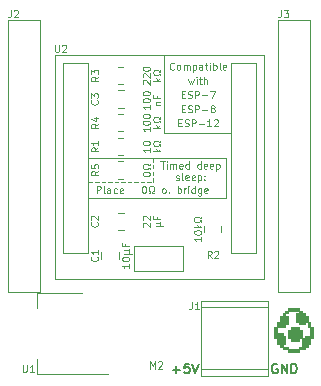
<source format=gto>
G04 #@! TF.GenerationSoftware,KiCad,Pcbnew,(6.0.2)*
G04 #@! TF.CreationDate,2022-09-29T23:54:57+02:00*
G04 #@! TF.ProjectId,ESPBreakoutBoard-Min-Cutout,45535042-7265-4616-9b6f-7574426f6172,rev?*
G04 #@! TF.SameCoordinates,Original*
G04 #@! TF.FileFunction,Legend,Top*
G04 #@! TF.FilePolarity,Positive*
%FSLAX46Y46*%
G04 Gerber Fmt 4.6, Leading zero omitted, Abs format (unit mm)*
G04 Created by KiCad (PCBNEW (6.0.2)) date 2022-09-29 23:54:57*
%MOMM*%
%LPD*%
G01*
G04 APERTURE LIST*
%ADD10C,0.120000*%
%ADD11C,0.110000*%
%ADD12C,0.150000*%
%ADD13C,0.100000*%
%ADD14C,0.010000*%
G04 APERTURE END LIST*
D10*
X149550000Y-78350000D02*
X149550000Y-78650000D01*
X149550000Y-78950000D02*
X149550000Y-79250000D01*
X144100000Y-79800000D02*
X144400000Y-79800000D01*
X149550000Y-79500000D02*
X149550000Y-79800000D01*
X144650000Y-79800000D02*
X144950000Y-79800000D01*
X145200000Y-79800000D02*
X145500000Y-79800000D01*
X145750000Y-79800000D02*
X146050000Y-79800000D01*
X146300000Y-79800000D02*
X146600000Y-79800000D01*
X146850000Y-79800000D02*
X147150000Y-79800000D01*
X147400000Y-79800000D02*
X147700000Y-79800000D01*
X147950000Y-79800000D02*
X148250000Y-79800000D01*
X148500000Y-79800000D02*
X148800000Y-79800000D01*
X149050000Y-79800000D02*
X149350000Y-79800000D01*
X144100000Y-77800000D02*
X155750000Y-77800000D01*
X149550000Y-77800000D02*
X149550000Y-78100000D01*
X150500000Y-69100000D02*
X150500000Y-75700000D01*
X155750000Y-77800000D02*
X155750000Y-81200000D01*
X150500000Y-75700000D02*
X156100000Y-75700000D01*
X155750000Y-81200000D02*
X144100000Y-81200000D01*
D11*
X144764357Y-80771428D02*
X144764357Y-80171428D01*
X144992928Y-80171428D01*
X145050071Y-80200000D01*
X145078642Y-80228571D01*
X145107214Y-80285714D01*
X145107214Y-80371428D01*
X145078642Y-80428571D01*
X145050071Y-80457142D01*
X144992928Y-80485714D01*
X144764357Y-80485714D01*
X145450071Y-80771428D02*
X145392928Y-80742857D01*
X145364357Y-80685714D01*
X145364357Y-80171428D01*
X145935785Y-80771428D02*
X145935785Y-80457142D01*
X145907214Y-80400000D01*
X145850071Y-80371428D01*
X145735785Y-80371428D01*
X145678642Y-80400000D01*
X145935785Y-80742857D02*
X145878642Y-80771428D01*
X145735785Y-80771428D01*
X145678642Y-80742857D01*
X145650071Y-80685714D01*
X145650071Y-80628571D01*
X145678642Y-80571428D01*
X145735785Y-80542857D01*
X145878642Y-80542857D01*
X145935785Y-80514285D01*
X146478642Y-80742857D02*
X146421500Y-80771428D01*
X146307214Y-80771428D01*
X146250071Y-80742857D01*
X146221500Y-80714285D01*
X146192928Y-80657142D01*
X146192928Y-80485714D01*
X146221500Y-80428571D01*
X146250071Y-80400000D01*
X146307214Y-80371428D01*
X146421500Y-80371428D01*
X146478642Y-80400000D01*
X146964357Y-80742857D02*
X146907214Y-80771428D01*
X146792928Y-80771428D01*
X146735785Y-80742857D01*
X146707214Y-80685714D01*
X146707214Y-80457142D01*
X146735785Y-80400000D01*
X146792928Y-80371428D01*
X146907214Y-80371428D01*
X146964357Y-80400000D01*
X146992928Y-80457142D01*
X146992928Y-80514285D01*
X146707214Y-80571428D01*
X148735785Y-80171428D02*
X148792928Y-80171428D01*
X148850071Y-80200000D01*
X148878642Y-80228571D01*
X148907214Y-80285714D01*
X148935785Y-80400000D01*
X148935785Y-80542857D01*
X148907214Y-80657142D01*
X148878642Y-80714285D01*
X148850071Y-80742857D01*
X148792928Y-80771428D01*
X148735785Y-80771428D01*
X148678642Y-80742857D01*
X148650071Y-80714285D01*
X148621500Y-80657142D01*
X148592928Y-80542857D01*
X148592928Y-80400000D01*
X148621500Y-80285714D01*
X148650071Y-80228571D01*
X148678642Y-80200000D01*
X148735785Y-80171428D01*
X149164357Y-80771428D02*
X149307214Y-80771428D01*
X149307214Y-80657142D01*
X149250071Y-80628571D01*
X149192928Y-80571428D01*
X149164357Y-80485714D01*
X149164357Y-80342857D01*
X149192928Y-80257142D01*
X149250071Y-80200000D01*
X149335785Y-80171428D01*
X149450071Y-80171428D01*
X149535785Y-80200000D01*
X149592928Y-80257142D01*
X149621500Y-80342857D01*
X149621500Y-80485714D01*
X149592928Y-80571428D01*
X149535785Y-80628571D01*
X149478642Y-80657142D01*
X149478642Y-80771428D01*
X149621500Y-80771428D01*
X150421500Y-80771428D02*
X150364357Y-80742857D01*
X150335785Y-80714285D01*
X150307214Y-80657142D01*
X150307214Y-80485714D01*
X150335785Y-80428571D01*
X150364357Y-80400000D01*
X150421500Y-80371428D01*
X150507214Y-80371428D01*
X150564357Y-80400000D01*
X150592928Y-80428571D01*
X150621500Y-80485714D01*
X150621500Y-80657142D01*
X150592928Y-80714285D01*
X150564357Y-80742857D01*
X150507214Y-80771428D01*
X150421500Y-80771428D01*
X150878642Y-80714285D02*
X150907214Y-80742857D01*
X150878642Y-80771428D01*
X150850071Y-80742857D01*
X150878642Y-80714285D01*
X150878642Y-80771428D01*
X151621500Y-80771428D02*
X151621500Y-80171428D01*
X151621500Y-80400000D02*
X151678642Y-80371428D01*
X151792928Y-80371428D01*
X151850071Y-80400000D01*
X151878642Y-80428571D01*
X151907214Y-80485714D01*
X151907214Y-80657142D01*
X151878642Y-80714285D01*
X151850071Y-80742857D01*
X151792928Y-80771428D01*
X151678642Y-80771428D01*
X151621500Y-80742857D01*
X152164357Y-80771428D02*
X152164357Y-80371428D01*
X152164357Y-80485714D02*
X152192928Y-80428571D01*
X152221500Y-80400000D01*
X152278642Y-80371428D01*
X152335785Y-80371428D01*
X152535785Y-80771428D02*
X152535785Y-80371428D01*
X152535785Y-80171428D02*
X152507214Y-80200000D01*
X152535785Y-80228571D01*
X152564357Y-80200000D01*
X152535785Y-80171428D01*
X152535785Y-80228571D01*
X153078642Y-80771428D02*
X153078642Y-80171428D01*
X153078642Y-80742857D02*
X153021500Y-80771428D01*
X152907214Y-80771428D01*
X152850071Y-80742857D01*
X152821500Y-80714285D01*
X152792928Y-80657142D01*
X152792928Y-80485714D01*
X152821500Y-80428571D01*
X152850071Y-80400000D01*
X152907214Y-80371428D01*
X153021500Y-80371428D01*
X153078642Y-80400000D01*
X153621500Y-80371428D02*
X153621500Y-80857142D01*
X153592928Y-80914285D01*
X153564357Y-80942857D01*
X153507214Y-80971428D01*
X153421500Y-80971428D01*
X153364357Y-80942857D01*
X153621500Y-80742857D02*
X153564357Y-80771428D01*
X153450071Y-80771428D01*
X153392928Y-80742857D01*
X153364357Y-80714285D01*
X153335785Y-80657142D01*
X153335785Y-80485714D01*
X153364357Y-80428571D01*
X153392928Y-80400000D01*
X153450071Y-80371428D01*
X153564357Y-80371428D01*
X153621500Y-80400000D01*
X154135785Y-80742857D02*
X154078642Y-80771428D01*
X153964357Y-80771428D01*
X153907214Y-80742857D01*
X153878642Y-80685714D01*
X153878642Y-80457142D01*
X153907214Y-80400000D01*
X153964357Y-80371428D01*
X154078642Y-80371428D01*
X154135785Y-80400000D01*
X154164357Y-80457142D01*
X154164357Y-80514285D01*
X153878642Y-80571428D01*
D12*
X160040476Y-95250000D02*
X159964285Y-95211904D01*
X159850000Y-95211904D01*
X159735714Y-95250000D01*
X159659523Y-95326190D01*
X159621428Y-95402380D01*
X159583333Y-95554761D01*
X159583333Y-95669047D01*
X159621428Y-95821428D01*
X159659523Y-95897619D01*
X159735714Y-95973809D01*
X159850000Y-96011904D01*
X159926190Y-96011904D01*
X160040476Y-95973809D01*
X160078571Y-95935714D01*
X160078571Y-95669047D01*
X159926190Y-95669047D01*
X160421428Y-96011904D02*
X160421428Y-95211904D01*
X160878571Y-96011904D01*
X160878571Y-95211904D01*
X161259523Y-96011904D02*
X161259523Y-95211904D01*
X161450000Y-95211904D01*
X161564285Y-95250000D01*
X161640476Y-95326190D01*
X161678571Y-95402380D01*
X161716666Y-95554761D01*
X161716666Y-95669047D01*
X161678571Y-95821428D01*
X161640476Y-95897619D01*
X161564285Y-95973809D01*
X161450000Y-96011904D01*
X161259523Y-96011904D01*
X151221428Y-95707142D02*
X151830952Y-95707142D01*
X151526190Y-96011904D02*
X151526190Y-95402380D01*
X152592857Y-95211904D02*
X152211904Y-95211904D01*
X152173809Y-95592857D01*
X152211904Y-95554761D01*
X152288095Y-95516666D01*
X152478571Y-95516666D01*
X152554761Y-95554761D01*
X152592857Y-95592857D01*
X152630952Y-95669047D01*
X152630952Y-95859523D01*
X152592857Y-95935714D01*
X152554761Y-95973809D01*
X152478571Y-96011904D01*
X152288095Y-96011904D01*
X152211904Y-95973809D01*
X152173809Y-95935714D01*
X152859523Y-95211904D02*
X153126190Y-96011904D01*
X153392857Y-95211904D01*
D11*
X151978571Y-73607142D02*
X152178571Y-73607142D01*
X152264285Y-73921428D02*
X151978571Y-73921428D01*
X151978571Y-73321428D01*
X152264285Y-73321428D01*
X152492857Y-73892857D02*
X152578571Y-73921428D01*
X152721428Y-73921428D01*
X152778571Y-73892857D01*
X152807142Y-73864285D01*
X152835714Y-73807142D01*
X152835714Y-73750000D01*
X152807142Y-73692857D01*
X152778571Y-73664285D01*
X152721428Y-73635714D01*
X152607142Y-73607142D01*
X152550000Y-73578571D01*
X152521428Y-73550000D01*
X152492857Y-73492857D01*
X152492857Y-73435714D01*
X152521428Y-73378571D01*
X152550000Y-73350000D01*
X152607142Y-73321428D01*
X152750000Y-73321428D01*
X152835714Y-73350000D01*
X153092857Y-73921428D02*
X153092857Y-73321428D01*
X153321428Y-73321428D01*
X153378571Y-73350000D01*
X153407142Y-73378571D01*
X153435714Y-73435714D01*
X153435714Y-73521428D01*
X153407142Y-73578571D01*
X153378571Y-73607142D01*
X153321428Y-73635714D01*
X153092857Y-73635714D01*
X153692857Y-73692857D02*
X154150000Y-73692857D01*
X154521428Y-73578571D02*
X154464285Y-73550000D01*
X154435714Y-73521428D01*
X154407142Y-73464285D01*
X154407142Y-73435714D01*
X154435714Y-73378571D01*
X154464285Y-73350000D01*
X154521428Y-73321428D01*
X154635714Y-73321428D01*
X154692857Y-73350000D01*
X154721428Y-73378571D01*
X154750000Y-73435714D01*
X154750000Y-73464285D01*
X154721428Y-73521428D01*
X154692857Y-73550000D01*
X154635714Y-73578571D01*
X154521428Y-73578571D01*
X154464285Y-73607142D01*
X154435714Y-73635714D01*
X154407142Y-73692857D01*
X154407142Y-73807142D01*
X154435714Y-73864285D01*
X154464285Y-73892857D01*
X154521428Y-73921428D01*
X154635714Y-73921428D01*
X154692857Y-73892857D01*
X154721428Y-73864285D01*
X154750000Y-73807142D01*
X154750000Y-73692857D01*
X154721428Y-73635714D01*
X154692857Y-73607142D01*
X154635714Y-73578571D01*
X152535714Y-71121428D02*
X152650000Y-71521428D01*
X152764285Y-71235714D01*
X152878571Y-71521428D01*
X152992857Y-71121428D01*
X153221428Y-71521428D02*
X153221428Y-71121428D01*
X153221428Y-70921428D02*
X153192857Y-70950000D01*
X153221428Y-70978571D01*
X153250000Y-70950000D01*
X153221428Y-70921428D01*
X153221428Y-70978571D01*
X153421428Y-71121428D02*
X153650000Y-71121428D01*
X153507142Y-70921428D02*
X153507142Y-71435714D01*
X153535714Y-71492857D01*
X153592857Y-71521428D01*
X153650000Y-71521428D01*
X153850000Y-71521428D02*
X153850000Y-70921428D01*
X154107142Y-71521428D02*
X154107142Y-71207142D01*
X154078571Y-71150000D01*
X154021428Y-71121428D01*
X153935714Y-71121428D01*
X153878571Y-71150000D01*
X153850000Y-71178571D01*
X151978571Y-72407142D02*
X152178571Y-72407142D01*
X152264285Y-72721428D02*
X151978571Y-72721428D01*
X151978571Y-72121428D01*
X152264285Y-72121428D01*
X152492857Y-72692857D02*
X152578571Y-72721428D01*
X152721428Y-72721428D01*
X152778571Y-72692857D01*
X152807142Y-72664285D01*
X152835714Y-72607142D01*
X152835714Y-72550000D01*
X152807142Y-72492857D01*
X152778571Y-72464285D01*
X152721428Y-72435714D01*
X152607142Y-72407142D01*
X152550000Y-72378571D01*
X152521428Y-72350000D01*
X152492857Y-72292857D01*
X152492857Y-72235714D01*
X152521428Y-72178571D01*
X152550000Y-72150000D01*
X152607142Y-72121428D01*
X152750000Y-72121428D01*
X152835714Y-72150000D01*
X153092857Y-72721428D02*
X153092857Y-72121428D01*
X153321428Y-72121428D01*
X153378571Y-72150000D01*
X153407142Y-72178571D01*
X153435714Y-72235714D01*
X153435714Y-72321428D01*
X153407142Y-72378571D01*
X153378571Y-72407142D01*
X153321428Y-72435714D01*
X153092857Y-72435714D01*
X153692857Y-72492857D02*
X154150000Y-72492857D01*
X154378571Y-72121428D02*
X154778571Y-72121428D01*
X154521428Y-72721428D01*
X150171428Y-78088428D02*
X150514285Y-78088428D01*
X150342857Y-78688428D02*
X150342857Y-78088428D01*
X150714285Y-78688428D02*
X150714285Y-78288428D01*
X150714285Y-78088428D02*
X150685714Y-78117000D01*
X150714285Y-78145571D01*
X150742857Y-78117000D01*
X150714285Y-78088428D01*
X150714285Y-78145571D01*
X151000000Y-78688428D02*
X151000000Y-78288428D01*
X151000000Y-78345571D02*
X151028571Y-78317000D01*
X151085714Y-78288428D01*
X151171428Y-78288428D01*
X151228571Y-78317000D01*
X151257142Y-78374142D01*
X151257142Y-78688428D01*
X151257142Y-78374142D02*
X151285714Y-78317000D01*
X151342857Y-78288428D01*
X151428571Y-78288428D01*
X151485714Y-78317000D01*
X151514285Y-78374142D01*
X151514285Y-78688428D01*
X152028571Y-78659857D02*
X151971428Y-78688428D01*
X151857142Y-78688428D01*
X151800000Y-78659857D01*
X151771428Y-78602714D01*
X151771428Y-78374142D01*
X151800000Y-78317000D01*
X151857142Y-78288428D01*
X151971428Y-78288428D01*
X152028571Y-78317000D01*
X152057142Y-78374142D01*
X152057142Y-78431285D01*
X151771428Y-78488428D01*
X152571428Y-78688428D02*
X152571428Y-78088428D01*
X152571428Y-78659857D02*
X152514285Y-78688428D01*
X152400000Y-78688428D01*
X152342857Y-78659857D01*
X152314285Y-78631285D01*
X152285714Y-78574142D01*
X152285714Y-78402714D01*
X152314285Y-78345571D01*
X152342857Y-78317000D01*
X152400000Y-78288428D01*
X152514285Y-78288428D01*
X152571428Y-78317000D01*
X153571428Y-78688428D02*
X153571428Y-78088428D01*
X153571428Y-78659857D02*
X153514285Y-78688428D01*
X153400000Y-78688428D01*
X153342857Y-78659857D01*
X153314285Y-78631285D01*
X153285714Y-78574142D01*
X153285714Y-78402714D01*
X153314285Y-78345571D01*
X153342857Y-78317000D01*
X153400000Y-78288428D01*
X153514285Y-78288428D01*
X153571428Y-78317000D01*
X154085714Y-78659857D02*
X154028571Y-78688428D01*
X153914285Y-78688428D01*
X153857142Y-78659857D01*
X153828571Y-78602714D01*
X153828571Y-78374142D01*
X153857142Y-78317000D01*
X153914285Y-78288428D01*
X154028571Y-78288428D01*
X154085714Y-78317000D01*
X154114285Y-78374142D01*
X154114285Y-78431285D01*
X153828571Y-78488428D01*
X154600000Y-78659857D02*
X154542857Y-78688428D01*
X154428571Y-78688428D01*
X154371428Y-78659857D01*
X154342857Y-78602714D01*
X154342857Y-78374142D01*
X154371428Y-78317000D01*
X154428571Y-78288428D01*
X154542857Y-78288428D01*
X154600000Y-78317000D01*
X154628571Y-78374142D01*
X154628571Y-78431285D01*
X154342857Y-78488428D01*
X154885714Y-78288428D02*
X154885714Y-78888428D01*
X154885714Y-78317000D02*
X154942857Y-78288428D01*
X155057142Y-78288428D01*
X155114285Y-78317000D01*
X155142857Y-78345571D01*
X155171428Y-78402714D01*
X155171428Y-78574142D01*
X155142857Y-78631285D01*
X155114285Y-78659857D01*
X155057142Y-78688428D01*
X154942857Y-78688428D01*
X154885714Y-78659857D01*
X151485714Y-79625857D02*
X151542857Y-79654428D01*
X151657142Y-79654428D01*
X151714285Y-79625857D01*
X151742857Y-79568714D01*
X151742857Y-79540142D01*
X151714285Y-79483000D01*
X151657142Y-79454428D01*
X151571428Y-79454428D01*
X151514285Y-79425857D01*
X151485714Y-79368714D01*
X151485714Y-79340142D01*
X151514285Y-79283000D01*
X151571428Y-79254428D01*
X151657142Y-79254428D01*
X151714285Y-79283000D01*
X152085714Y-79654428D02*
X152028571Y-79625857D01*
X152000000Y-79568714D01*
X152000000Y-79054428D01*
X152542857Y-79625857D02*
X152485714Y-79654428D01*
X152371428Y-79654428D01*
X152314285Y-79625857D01*
X152285714Y-79568714D01*
X152285714Y-79340142D01*
X152314285Y-79283000D01*
X152371428Y-79254428D01*
X152485714Y-79254428D01*
X152542857Y-79283000D01*
X152571428Y-79340142D01*
X152571428Y-79397285D01*
X152285714Y-79454428D01*
X153057142Y-79625857D02*
X153000000Y-79654428D01*
X152885714Y-79654428D01*
X152828571Y-79625857D01*
X152800000Y-79568714D01*
X152800000Y-79340142D01*
X152828571Y-79283000D01*
X152885714Y-79254428D01*
X153000000Y-79254428D01*
X153057142Y-79283000D01*
X153085714Y-79340142D01*
X153085714Y-79397285D01*
X152800000Y-79454428D01*
X153342857Y-79254428D02*
X153342857Y-79854428D01*
X153342857Y-79283000D02*
X153400000Y-79254428D01*
X153514285Y-79254428D01*
X153571428Y-79283000D01*
X153600000Y-79311571D01*
X153628571Y-79368714D01*
X153628571Y-79540142D01*
X153600000Y-79597285D01*
X153571428Y-79625857D01*
X153514285Y-79654428D01*
X153400000Y-79654428D01*
X153342857Y-79625857D01*
X153885714Y-79597285D02*
X153914285Y-79625857D01*
X153885714Y-79654428D01*
X153857142Y-79625857D01*
X153885714Y-79597285D01*
X153885714Y-79654428D01*
X153885714Y-79283000D02*
X153914285Y-79311571D01*
X153885714Y-79340142D01*
X153857142Y-79311571D01*
X153885714Y-79283000D01*
X153885714Y-79340142D01*
X151692857Y-74807142D02*
X151892857Y-74807142D01*
X151978571Y-75121428D02*
X151692857Y-75121428D01*
X151692857Y-74521428D01*
X151978571Y-74521428D01*
X152207142Y-75092857D02*
X152292857Y-75121428D01*
X152435714Y-75121428D01*
X152492857Y-75092857D01*
X152521428Y-75064285D01*
X152550000Y-75007142D01*
X152550000Y-74950000D01*
X152521428Y-74892857D01*
X152492857Y-74864285D01*
X152435714Y-74835714D01*
X152321428Y-74807142D01*
X152264285Y-74778571D01*
X152235714Y-74750000D01*
X152207142Y-74692857D01*
X152207142Y-74635714D01*
X152235714Y-74578571D01*
X152264285Y-74550000D01*
X152321428Y-74521428D01*
X152464285Y-74521428D01*
X152550000Y-74550000D01*
X152807142Y-75121428D02*
X152807142Y-74521428D01*
X153035714Y-74521428D01*
X153092857Y-74550000D01*
X153121428Y-74578571D01*
X153150000Y-74635714D01*
X153150000Y-74721428D01*
X153121428Y-74778571D01*
X153092857Y-74807142D01*
X153035714Y-74835714D01*
X152807142Y-74835714D01*
X153407142Y-74892857D02*
X153864285Y-74892857D01*
X154464285Y-75121428D02*
X154121428Y-75121428D01*
X154292857Y-75121428D02*
X154292857Y-74521428D01*
X154235714Y-74607142D01*
X154178571Y-74664285D01*
X154121428Y-74692857D01*
X154692857Y-74578571D02*
X154721428Y-74550000D01*
X154778571Y-74521428D01*
X154921428Y-74521428D01*
X154978571Y-74550000D01*
X155007142Y-74578571D01*
X155035714Y-74635714D01*
X155035714Y-74692857D01*
X155007142Y-74778571D01*
X154664285Y-75121428D01*
X155035714Y-75121428D01*
X151321428Y-70264285D02*
X151292857Y-70292857D01*
X151207142Y-70321428D01*
X151150000Y-70321428D01*
X151064285Y-70292857D01*
X151007142Y-70235714D01*
X150978571Y-70178571D01*
X150950000Y-70064285D01*
X150950000Y-69978571D01*
X150978571Y-69864285D01*
X151007142Y-69807142D01*
X151064285Y-69750000D01*
X151150000Y-69721428D01*
X151207142Y-69721428D01*
X151292857Y-69750000D01*
X151321428Y-69778571D01*
X151664285Y-70321428D02*
X151607142Y-70292857D01*
X151578571Y-70264285D01*
X151550000Y-70207142D01*
X151550000Y-70035714D01*
X151578571Y-69978571D01*
X151607142Y-69950000D01*
X151664285Y-69921428D01*
X151750000Y-69921428D01*
X151807142Y-69950000D01*
X151835714Y-69978571D01*
X151864285Y-70035714D01*
X151864285Y-70207142D01*
X151835714Y-70264285D01*
X151807142Y-70292857D01*
X151750000Y-70321428D01*
X151664285Y-70321428D01*
X152121428Y-70321428D02*
X152121428Y-69921428D01*
X152121428Y-69978571D02*
X152150000Y-69950000D01*
X152207142Y-69921428D01*
X152292857Y-69921428D01*
X152350000Y-69950000D01*
X152378571Y-70007142D01*
X152378571Y-70321428D01*
X152378571Y-70007142D02*
X152407142Y-69950000D01*
X152464285Y-69921428D01*
X152550000Y-69921428D01*
X152607142Y-69950000D01*
X152635714Y-70007142D01*
X152635714Y-70321428D01*
X152921428Y-69921428D02*
X152921428Y-70521428D01*
X152921428Y-69950000D02*
X152978571Y-69921428D01*
X153092857Y-69921428D01*
X153150000Y-69950000D01*
X153178571Y-69978571D01*
X153207142Y-70035714D01*
X153207142Y-70207142D01*
X153178571Y-70264285D01*
X153150000Y-70292857D01*
X153092857Y-70321428D01*
X152978571Y-70321428D01*
X152921428Y-70292857D01*
X153721428Y-70321428D02*
X153721428Y-70007142D01*
X153692857Y-69950000D01*
X153635714Y-69921428D01*
X153521428Y-69921428D01*
X153464285Y-69950000D01*
X153721428Y-70292857D02*
X153664285Y-70321428D01*
X153521428Y-70321428D01*
X153464285Y-70292857D01*
X153435714Y-70235714D01*
X153435714Y-70178571D01*
X153464285Y-70121428D01*
X153521428Y-70092857D01*
X153664285Y-70092857D01*
X153721428Y-70064285D01*
X153921428Y-69921428D02*
X154150000Y-69921428D01*
X154007142Y-69721428D02*
X154007142Y-70235714D01*
X154035714Y-70292857D01*
X154092857Y-70321428D01*
X154150000Y-70321428D01*
X154350000Y-70321428D02*
X154350000Y-69921428D01*
X154350000Y-69721428D02*
X154321428Y-69750000D01*
X154350000Y-69778571D01*
X154378571Y-69750000D01*
X154350000Y-69721428D01*
X154350000Y-69778571D01*
X154635714Y-70321428D02*
X154635714Y-69721428D01*
X154635714Y-69950000D02*
X154692857Y-69921428D01*
X154807142Y-69921428D01*
X154864285Y-69950000D01*
X154892857Y-69978571D01*
X154921428Y-70035714D01*
X154921428Y-70207142D01*
X154892857Y-70264285D01*
X154864285Y-70292857D01*
X154807142Y-70321428D01*
X154692857Y-70321428D01*
X154635714Y-70292857D01*
X155264285Y-70321428D02*
X155207142Y-70292857D01*
X155178571Y-70235714D01*
X155178571Y-69721428D01*
X155721428Y-70292857D02*
X155664285Y-70321428D01*
X155550000Y-70321428D01*
X155492857Y-70292857D01*
X155464285Y-70235714D01*
X155464285Y-70007142D01*
X155492857Y-69950000D01*
X155550000Y-69921428D01*
X155664285Y-69921428D01*
X155721428Y-69950000D01*
X155750000Y-70007142D01*
X155750000Y-70064285D01*
X155464285Y-70121428D01*
D13*
X144814285Y-83250000D02*
X144842857Y-83278571D01*
X144871428Y-83364285D01*
X144871428Y-83421428D01*
X144842857Y-83507142D01*
X144785714Y-83564285D01*
X144728571Y-83592857D01*
X144614285Y-83621428D01*
X144528571Y-83621428D01*
X144414285Y-83592857D01*
X144357142Y-83564285D01*
X144300000Y-83507142D01*
X144271428Y-83421428D01*
X144271428Y-83364285D01*
X144300000Y-83278571D01*
X144328571Y-83250000D01*
X144328571Y-83021428D02*
X144300000Y-82992857D01*
X144271428Y-82935714D01*
X144271428Y-82792857D01*
X144300000Y-82735714D01*
X144328571Y-82707142D01*
X144385714Y-82678571D01*
X144442857Y-82678571D01*
X144528571Y-82707142D01*
X144871428Y-83050000D01*
X144871428Y-82678571D01*
X148728571Y-83607142D02*
X148700000Y-83578571D01*
X148671428Y-83521428D01*
X148671428Y-83378571D01*
X148700000Y-83321428D01*
X148728571Y-83292857D01*
X148785714Y-83264285D01*
X148842857Y-83264285D01*
X148928571Y-83292857D01*
X149271428Y-83635714D01*
X149271428Y-83264285D01*
X148728571Y-83035714D02*
X148700000Y-83007142D01*
X148671428Y-82950000D01*
X148671428Y-82807142D01*
X148700000Y-82750000D01*
X148728571Y-82721428D01*
X148785714Y-82692857D01*
X148842857Y-82692857D01*
X148928571Y-82721428D01*
X149271428Y-83064285D01*
X149271428Y-82692857D01*
X149771428Y-83578571D02*
X150371428Y-83578571D01*
X150085714Y-83292857D02*
X150142857Y-83264285D01*
X150171428Y-83207142D01*
X150085714Y-83578571D02*
X150142857Y-83550000D01*
X150171428Y-83492857D01*
X150171428Y-83378571D01*
X150142857Y-83321428D01*
X150085714Y-83292857D01*
X149771428Y-83292857D01*
X149857142Y-82750000D02*
X149857142Y-82950000D01*
X150171428Y-82950000D02*
X149571428Y-82950000D01*
X149571428Y-82664285D01*
X144814285Y-72900000D02*
X144842857Y-72928571D01*
X144871428Y-73014285D01*
X144871428Y-73071428D01*
X144842857Y-73157142D01*
X144785714Y-73214285D01*
X144728571Y-73242857D01*
X144614285Y-73271428D01*
X144528571Y-73271428D01*
X144414285Y-73242857D01*
X144357142Y-73214285D01*
X144300000Y-73157142D01*
X144271428Y-73071428D01*
X144271428Y-73014285D01*
X144300000Y-72928571D01*
X144328571Y-72900000D01*
X144271428Y-72700000D02*
X144271428Y-72328571D01*
X144500000Y-72528571D01*
X144500000Y-72442857D01*
X144528571Y-72385714D01*
X144557142Y-72357142D01*
X144614285Y-72328571D01*
X144757142Y-72328571D01*
X144814285Y-72357142D01*
X144842857Y-72385714D01*
X144871428Y-72442857D01*
X144871428Y-72614285D01*
X144842857Y-72671428D01*
X144814285Y-72700000D01*
X149271428Y-73300000D02*
X149271428Y-73642857D01*
X149271428Y-73471428D02*
X148671428Y-73471428D01*
X148757142Y-73528571D01*
X148814285Y-73585714D01*
X148842857Y-73642857D01*
X148671428Y-72928571D02*
X148671428Y-72871428D01*
X148700000Y-72814285D01*
X148728571Y-72785714D01*
X148785714Y-72757142D01*
X148900000Y-72728571D01*
X149042857Y-72728571D01*
X149157142Y-72757142D01*
X149214285Y-72785714D01*
X149242857Y-72814285D01*
X149271428Y-72871428D01*
X149271428Y-72928571D01*
X149242857Y-72985714D01*
X149214285Y-73014285D01*
X149157142Y-73042857D01*
X149042857Y-73071428D01*
X148900000Y-73071428D01*
X148785714Y-73042857D01*
X148728571Y-73014285D01*
X148700000Y-72985714D01*
X148671428Y-72928571D01*
X148671428Y-72357142D02*
X148671428Y-72300000D01*
X148700000Y-72242857D01*
X148728571Y-72214285D01*
X148785714Y-72185714D01*
X148900000Y-72157142D01*
X149042857Y-72157142D01*
X149157142Y-72185714D01*
X149214285Y-72214285D01*
X149242857Y-72242857D01*
X149271428Y-72300000D01*
X149271428Y-72357142D01*
X149242857Y-72414285D01*
X149214285Y-72442857D01*
X149157142Y-72471428D01*
X149042857Y-72500000D01*
X148900000Y-72500000D01*
X148785714Y-72471428D01*
X148728571Y-72442857D01*
X148700000Y-72414285D01*
X148671428Y-72357142D01*
X149771428Y-73285714D02*
X150171428Y-73285714D01*
X149828571Y-73285714D02*
X149800000Y-73257142D01*
X149771428Y-73200000D01*
X149771428Y-73114285D01*
X149800000Y-73057142D01*
X149857142Y-73028571D01*
X150171428Y-73028571D01*
X149857142Y-72542857D02*
X149857142Y-72742857D01*
X150171428Y-72742857D02*
X149571428Y-72742857D01*
X149571428Y-72457142D01*
X154500000Y-86271428D02*
X154300000Y-85985714D01*
X154157142Y-86271428D02*
X154157142Y-85671428D01*
X154385714Y-85671428D01*
X154442857Y-85700000D01*
X154471428Y-85728571D01*
X154500000Y-85785714D01*
X154500000Y-85871428D01*
X154471428Y-85928571D01*
X154442857Y-85957142D01*
X154385714Y-85985714D01*
X154157142Y-85985714D01*
X154728571Y-85728571D02*
X154757142Y-85700000D01*
X154814285Y-85671428D01*
X154957142Y-85671428D01*
X155014285Y-85700000D01*
X155042857Y-85728571D01*
X155071428Y-85785714D01*
X155071428Y-85842857D01*
X155042857Y-85928571D01*
X154700000Y-86271428D01*
X155071428Y-86271428D01*
X153621428Y-84500000D02*
X153621428Y-84842857D01*
X153621428Y-84671428D02*
X153021428Y-84671428D01*
X153107142Y-84728571D01*
X153164285Y-84785714D01*
X153192857Y-84842857D01*
X153021428Y-84128571D02*
X153021428Y-84071428D01*
X153050000Y-84014285D01*
X153078571Y-83985714D01*
X153135714Y-83957142D01*
X153250000Y-83928571D01*
X153392857Y-83928571D01*
X153507142Y-83957142D01*
X153564285Y-83985714D01*
X153592857Y-84014285D01*
X153621428Y-84071428D01*
X153621428Y-84128571D01*
X153592857Y-84185714D01*
X153564285Y-84214285D01*
X153507142Y-84242857D01*
X153392857Y-84271428D01*
X153250000Y-84271428D01*
X153135714Y-84242857D01*
X153078571Y-84214285D01*
X153050000Y-84185714D01*
X153021428Y-84128571D01*
X153621428Y-83671428D02*
X153021428Y-83671428D01*
X153392857Y-83614285D02*
X153621428Y-83442857D01*
X153221428Y-83442857D02*
X153450000Y-83671428D01*
X153621428Y-83214285D02*
X153621428Y-83071428D01*
X153507142Y-83071428D01*
X153478571Y-83128571D01*
X153421428Y-83185714D01*
X153335714Y-83214285D01*
X153192857Y-83214285D01*
X153107142Y-83185714D01*
X153050000Y-83128571D01*
X153021428Y-83042857D01*
X153021428Y-82928571D01*
X153050000Y-82842857D01*
X153107142Y-82785714D01*
X153192857Y-82757142D01*
X153335714Y-82757142D01*
X153421428Y-82785714D01*
X153478571Y-82842857D01*
X153507142Y-82900000D01*
X153621428Y-82900000D01*
X153621428Y-82757142D01*
X144921428Y-70900000D02*
X144635714Y-71100000D01*
X144921428Y-71242857D02*
X144321428Y-71242857D01*
X144321428Y-71014285D01*
X144350000Y-70957142D01*
X144378571Y-70928571D01*
X144435714Y-70900000D01*
X144521428Y-70900000D01*
X144578571Y-70928571D01*
X144607142Y-70957142D01*
X144635714Y-71014285D01*
X144635714Y-71242857D01*
X144321428Y-70700000D02*
X144321428Y-70328571D01*
X144550000Y-70528571D01*
X144550000Y-70442857D01*
X144578571Y-70385714D01*
X144607142Y-70357142D01*
X144664285Y-70328571D01*
X144807142Y-70328571D01*
X144864285Y-70357142D01*
X144892857Y-70385714D01*
X144921428Y-70442857D01*
X144921428Y-70614285D01*
X144892857Y-70671428D01*
X144864285Y-70700000D01*
X148728571Y-71542857D02*
X148700000Y-71514285D01*
X148671428Y-71457142D01*
X148671428Y-71314285D01*
X148700000Y-71257142D01*
X148728571Y-71228571D01*
X148785714Y-71200000D01*
X148842857Y-71200000D01*
X148928571Y-71228571D01*
X149271428Y-71571428D01*
X149271428Y-71200000D01*
X148728571Y-70971428D02*
X148700000Y-70942857D01*
X148671428Y-70885714D01*
X148671428Y-70742857D01*
X148700000Y-70685714D01*
X148728571Y-70657142D01*
X148785714Y-70628571D01*
X148842857Y-70628571D01*
X148928571Y-70657142D01*
X149271428Y-71000000D01*
X149271428Y-70628571D01*
X148671428Y-70257142D02*
X148671428Y-70200000D01*
X148700000Y-70142857D01*
X148728571Y-70114285D01*
X148785714Y-70085714D01*
X148900000Y-70057142D01*
X149042857Y-70057142D01*
X149157142Y-70085714D01*
X149214285Y-70114285D01*
X149242857Y-70142857D01*
X149271428Y-70200000D01*
X149271428Y-70257142D01*
X149242857Y-70314285D01*
X149214285Y-70342857D01*
X149157142Y-70371428D01*
X149042857Y-70400000D01*
X148900000Y-70400000D01*
X148785714Y-70371428D01*
X148728571Y-70342857D01*
X148700000Y-70314285D01*
X148671428Y-70257142D01*
X150171428Y-71242857D02*
X149571428Y-71242857D01*
X149942857Y-71185714D02*
X150171428Y-71014285D01*
X149771428Y-71014285D02*
X150000000Y-71242857D01*
X150171428Y-70785714D02*
X150171428Y-70642857D01*
X150057142Y-70642857D01*
X150028571Y-70700000D01*
X149971428Y-70757142D01*
X149885714Y-70785714D01*
X149742857Y-70785714D01*
X149657142Y-70757142D01*
X149600000Y-70700000D01*
X149571428Y-70614285D01*
X149571428Y-70500000D01*
X149600000Y-70414285D01*
X149657142Y-70357142D01*
X149742857Y-70328571D01*
X149885714Y-70328571D01*
X149971428Y-70357142D01*
X150028571Y-70414285D01*
X150057142Y-70471428D01*
X150171428Y-70471428D01*
X150171428Y-70328571D01*
X144921428Y-74900000D02*
X144635714Y-75100000D01*
X144921428Y-75242857D02*
X144321428Y-75242857D01*
X144321428Y-75014285D01*
X144350000Y-74957142D01*
X144378571Y-74928571D01*
X144435714Y-74900000D01*
X144521428Y-74900000D01*
X144578571Y-74928571D01*
X144607142Y-74957142D01*
X144635714Y-75014285D01*
X144635714Y-75242857D01*
X144521428Y-74385714D02*
X144921428Y-74385714D01*
X144292857Y-74528571D02*
X144721428Y-74671428D01*
X144721428Y-74300000D01*
X149271428Y-75200000D02*
X149271428Y-75542857D01*
X149271428Y-75371428D02*
X148671428Y-75371428D01*
X148757142Y-75428571D01*
X148814285Y-75485714D01*
X148842857Y-75542857D01*
X148671428Y-74828571D02*
X148671428Y-74771428D01*
X148700000Y-74714285D01*
X148728571Y-74685714D01*
X148785714Y-74657142D01*
X148900000Y-74628571D01*
X149042857Y-74628571D01*
X149157142Y-74657142D01*
X149214285Y-74685714D01*
X149242857Y-74714285D01*
X149271428Y-74771428D01*
X149271428Y-74828571D01*
X149242857Y-74885714D01*
X149214285Y-74914285D01*
X149157142Y-74942857D01*
X149042857Y-74971428D01*
X148900000Y-74971428D01*
X148785714Y-74942857D01*
X148728571Y-74914285D01*
X148700000Y-74885714D01*
X148671428Y-74828571D01*
X148671428Y-74257142D02*
X148671428Y-74200000D01*
X148700000Y-74142857D01*
X148728571Y-74114285D01*
X148785714Y-74085714D01*
X148900000Y-74057142D01*
X149042857Y-74057142D01*
X149157142Y-74085714D01*
X149214285Y-74114285D01*
X149242857Y-74142857D01*
X149271428Y-74200000D01*
X149271428Y-74257142D01*
X149242857Y-74314285D01*
X149214285Y-74342857D01*
X149157142Y-74371428D01*
X149042857Y-74400000D01*
X148900000Y-74400000D01*
X148785714Y-74371428D01*
X148728571Y-74342857D01*
X148700000Y-74314285D01*
X148671428Y-74257142D01*
X150171428Y-75242857D02*
X149571428Y-75242857D01*
X149942857Y-75185714D02*
X150171428Y-75014285D01*
X149771428Y-75014285D02*
X150000000Y-75242857D01*
X150171428Y-74785714D02*
X150171428Y-74642857D01*
X150057142Y-74642857D01*
X150028571Y-74700000D01*
X149971428Y-74757142D01*
X149885714Y-74785714D01*
X149742857Y-74785714D01*
X149657142Y-74757142D01*
X149600000Y-74700000D01*
X149571428Y-74614285D01*
X149571428Y-74500000D01*
X149600000Y-74414285D01*
X149657142Y-74357142D01*
X149742857Y-74328571D01*
X149885714Y-74328571D01*
X149971428Y-74357142D01*
X150028571Y-74414285D01*
X150057142Y-74471428D01*
X150171428Y-74471428D01*
X150171428Y-74328571D01*
X144921428Y-78900000D02*
X144635714Y-79100000D01*
X144921428Y-79242857D02*
X144321428Y-79242857D01*
X144321428Y-79014285D01*
X144350000Y-78957142D01*
X144378571Y-78928571D01*
X144435714Y-78900000D01*
X144521428Y-78900000D01*
X144578571Y-78928571D01*
X144607142Y-78957142D01*
X144635714Y-79014285D01*
X144635714Y-79242857D01*
X144321428Y-78357142D02*
X144321428Y-78642857D01*
X144607142Y-78671428D01*
X144578571Y-78642857D01*
X144550000Y-78585714D01*
X144550000Y-78442857D01*
X144578571Y-78385714D01*
X144607142Y-78357142D01*
X144664285Y-78328571D01*
X144807142Y-78328571D01*
X144864285Y-78357142D01*
X144892857Y-78385714D01*
X144921428Y-78442857D01*
X144921428Y-78585714D01*
X144892857Y-78642857D01*
X144864285Y-78671428D01*
X148671428Y-79171428D02*
X148671428Y-79114285D01*
X148700000Y-79057142D01*
X148728571Y-79028571D01*
X148785714Y-79000000D01*
X148900000Y-78971428D01*
X149042857Y-78971428D01*
X149157142Y-79000000D01*
X149214285Y-79028571D01*
X149242857Y-79057142D01*
X149271428Y-79114285D01*
X149271428Y-79171428D01*
X149242857Y-79228571D01*
X149214285Y-79257142D01*
X149157142Y-79285714D01*
X149042857Y-79314285D01*
X148900000Y-79314285D01*
X148785714Y-79285714D01*
X148728571Y-79257142D01*
X148700000Y-79228571D01*
X148671428Y-79171428D01*
X149271428Y-78742857D02*
X149271428Y-78600000D01*
X149157142Y-78600000D01*
X149128571Y-78657142D01*
X149071428Y-78714285D01*
X148985714Y-78742857D01*
X148842857Y-78742857D01*
X148757142Y-78714285D01*
X148700000Y-78657142D01*
X148671428Y-78571428D01*
X148671428Y-78457142D01*
X148700000Y-78371428D01*
X148757142Y-78314285D01*
X148842857Y-78285714D01*
X148985714Y-78285714D01*
X149071428Y-78314285D01*
X149128571Y-78371428D01*
X149157142Y-78428571D01*
X149271428Y-78428571D01*
X149271428Y-78285714D01*
X144921428Y-76900000D02*
X144635714Y-77100000D01*
X144921428Y-77242857D02*
X144321428Y-77242857D01*
X144321428Y-77014285D01*
X144350000Y-76957142D01*
X144378571Y-76928571D01*
X144435714Y-76900000D01*
X144521428Y-76900000D01*
X144578571Y-76928571D01*
X144607142Y-76957142D01*
X144635714Y-77014285D01*
X144635714Y-77242857D01*
X144921428Y-76328571D02*
X144921428Y-76671428D01*
X144921428Y-76500000D02*
X144321428Y-76500000D01*
X144407142Y-76557142D01*
X144464285Y-76614285D01*
X144492857Y-76671428D01*
X149271428Y-76914285D02*
X149271428Y-77257142D01*
X149271428Y-77085714D02*
X148671428Y-77085714D01*
X148757142Y-77142857D01*
X148814285Y-77200000D01*
X148842857Y-77257142D01*
X148671428Y-76542857D02*
X148671428Y-76485714D01*
X148700000Y-76428571D01*
X148728571Y-76400000D01*
X148785714Y-76371428D01*
X148900000Y-76342857D01*
X149042857Y-76342857D01*
X149157142Y-76371428D01*
X149214285Y-76400000D01*
X149242857Y-76428571D01*
X149271428Y-76485714D01*
X149271428Y-76542857D01*
X149242857Y-76600000D01*
X149214285Y-76628571D01*
X149157142Y-76657142D01*
X149042857Y-76685714D01*
X148900000Y-76685714D01*
X148785714Y-76657142D01*
X148728571Y-76628571D01*
X148700000Y-76600000D01*
X148671428Y-76542857D01*
X150171428Y-77242857D02*
X149571428Y-77242857D01*
X149942857Y-77185714D02*
X150171428Y-77014285D01*
X149771428Y-77014285D02*
X150000000Y-77242857D01*
X150171428Y-76785714D02*
X150171428Y-76642857D01*
X150057142Y-76642857D01*
X150028571Y-76700000D01*
X149971428Y-76757142D01*
X149885714Y-76785714D01*
X149742857Y-76785714D01*
X149657142Y-76757142D01*
X149600000Y-76700000D01*
X149571428Y-76614285D01*
X149571428Y-76500000D01*
X149600000Y-76414285D01*
X149657142Y-76357142D01*
X149742857Y-76328571D01*
X149885714Y-76328571D01*
X149971428Y-76357142D01*
X150028571Y-76414285D01*
X150057142Y-76471428D01*
X150171428Y-76471428D01*
X150171428Y-76328571D01*
X138492857Y-95314360D02*
X138492857Y-95800074D01*
X138521428Y-95857217D01*
X138550000Y-95885789D01*
X138607142Y-95914360D01*
X138721428Y-95914360D01*
X138778571Y-95885789D01*
X138807142Y-95857217D01*
X138835714Y-95800074D01*
X138835714Y-95314360D01*
X139435714Y-95914360D02*
X139092857Y-95914360D01*
X139264285Y-95914360D02*
X139264285Y-95314360D01*
X139207142Y-95400074D01*
X139150000Y-95457217D01*
X139092857Y-95485789D01*
X152850000Y-89978496D02*
X152850000Y-90407068D01*
X152821428Y-90492782D01*
X152764285Y-90549925D01*
X152678571Y-90578496D01*
X152621428Y-90578496D01*
X153450000Y-90578496D02*
X153107142Y-90578496D01*
X153278571Y-90578496D02*
X153278571Y-89978496D01*
X153221428Y-90064210D01*
X153164285Y-90121353D01*
X153107142Y-90149925D01*
X144814285Y-86150000D02*
X144842857Y-86178571D01*
X144871428Y-86264285D01*
X144871428Y-86321428D01*
X144842857Y-86407142D01*
X144785714Y-86464285D01*
X144728571Y-86492857D01*
X144614285Y-86521428D01*
X144528571Y-86521428D01*
X144414285Y-86492857D01*
X144357142Y-86464285D01*
X144300000Y-86407142D01*
X144271428Y-86321428D01*
X144271428Y-86264285D01*
X144300000Y-86178571D01*
X144328571Y-86150000D01*
X144871428Y-85578571D02*
X144871428Y-85921428D01*
X144871428Y-85750000D02*
X144271428Y-85750000D01*
X144357142Y-85807142D01*
X144414285Y-85864285D01*
X144442857Y-85921428D01*
X147521428Y-86735714D02*
X147521428Y-87078571D01*
X147521428Y-86907142D02*
X146921428Y-86907142D01*
X147007142Y-86964285D01*
X147064285Y-87021428D01*
X147092857Y-87078571D01*
X146921428Y-86364285D02*
X146921428Y-86307142D01*
X146950000Y-86250000D01*
X146978571Y-86221428D01*
X147035714Y-86192857D01*
X147150000Y-86164285D01*
X147292857Y-86164285D01*
X147407142Y-86192857D01*
X147464285Y-86221428D01*
X147492857Y-86250000D01*
X147521428Y-86307142D01*
X147521428Y-86364285D01*
X147492857Y-86421428D01*
X147464285Y-86450000D01*
X147407142Y-86478571D01*
X147292857Y-86507142D01*
X147150000Y-86507142D01*
X147035714Y-86478571D01*
X146978571Y-86450000D01*
X146950000Y-86421428D01*
X146921428Y-86364285D01*
X147121428Y-85907142D02*
X147721428Y-85907142D01*
X147435714Y-85621428D02*
X147492857Y-85592857D01*
X147521428Y-85535714D01*
X147435714Y-85907142D02*
X147492857Y-85878571D01*
X147521428Y-85821428D01*
X147521428Y-85707142D01*
X147492857Y-85650000D01*
X147435714Y-85621428D01*
X147121428Y-85621428D01*
X147207142Y-85078571D02*
X147207142Y-85278571D01*
X147521428Y-85278571D02*
X146921428Y-85278571D01*
X146921428Y-84992857D01*
D10*
X141242857Y-68221428D02*
X141242857Y-68707142D01*
X141271428Y-68764285D01*
X141300000Y-68792857D01*
X141357142Y-68821428D01*
X141471428Y-68821428D01*
X141528571Y-68792857D01*
X141557142Y-68764285D01*
X141585714Y-68707142D01*
X141585714Y-68221428D01*
X141842857Y-68278571D02*
X141871428Y-68250000D01*
X141928571Y-68221428D01*
X142071428Y-68221428D01*
X142128571Y-68250000D01*
X142157142Y-68278571D01*
X142185714Y-68335714D01*
X142185714Y-68392857D01*
X142157142Y-68478571D01*
X141814285Y-68821428D01*
X142185714Y-68821428D01*
X137520000Y-65271428D02*
X137520000Y-65700000D01*
X137491428Y-65785714D01*
X137434285Y-65842857D01*
X137348571Y-65871428D01*
X137291428Y-65871428D01*
X137777142Y-65328571D02*
X137805714Y-65300000D01*
X137862857Y-65271428D01*
X138005714Y-65271428D01*
X138062857Y-65300000D01*
X138091428Y-65328571D01*
X138120000Y-65385714D01*
X138120000Y-65442857D01*
X138091428Y-65528571D01*
X137748571Y-65871428D01*
X138120000Y-65871428D01*
X160380000Y-65271428D02*
X160380000Y-65700000D01*
X160351428Y-65785714D01*
X160294285Y-65842857D01*
X160208571Y-65871428D01*
X160151428Y-65871428D01*
X160608571Y-65271428D02*
X160980000Y-65271428D01*
X160780000Y-65500000D01*
X160865714Y-65500000D01*
X160922857Y-65528571D01*
X160951428Y-65557142D01*
X160980000Y-65614285D01*
X160980000Y-65757142D01*
X160951428Y-65814285D01*
X160922857Y-65842857D01*
X160865714Y-65871428D01*
X160694285Y-65871428D01*
X160637142Y-65842857D01*
X160608571Y-65814285D01*
X149314285Y-95618496D02*
X149314285Y-95018496D01*
X149514285Y-95447068D01*
X149714285Y-95018496D01*
X149714285Y-95618496D01*
X149971428Y-95075639D02*
X150000000Y-95047068D01*
X150057142Y-95018496D01*
X150200000Y-95018496D01*
X150257142Y-95047068D01*
X150285714Y-95075639D01*
X150314285Y-95132782D01*
X150314285Y-95189925D01*
X150285714Y-95275639D01*
X149942857Y-95618496D01*
X150314285Y-95618496D01*
X146538748Y-83885000D02*
X147061252Y-83885000D01*
X146538748Y-82415000D02*
X147061252Y-82415000D01*
X146538748Y-73535000D02*
X147061252Y-73535000D01*
X146538748Y-72065000D02*
X147061252Y-72065000D01*
X155335000Y-83572936D02*
X155335000Y-84027064D01*
X153865000Y-83572936D02*
X153865000Y-84027064D01*
X146572936Y-71535000D02*
X147027064Y-71535000D01*
X146572936Y-70065000D02*
X147027064Y-70065000D01*
X146572936Y-74065000D02*
X147027064Y-74065000D01*
X146572936Y-75535000D02*
X147027064Y-75535000D01*
X147027064Y-78065000D02*
X146572936Y-78065000D01*
X147027064Y-79535000D02*
X146572936Y-79535000D01*
X147027064Y-77535000D02*
X146572936Y-77535000D01*
X147027064Y-76065000D02*
X146572936Y-76065000D01*
X143500000Y-89232932D02*
X139740000Y-89232932D01*
X139740000Y-89232932D02*
X139740000Y-90492932D01*
X139740000Y-96052932D02*
X139740000Y-94792932D01*
X145750000Y-96052932D02*
X139740000Y-96052932D01*
X153640000Y-90400000D02*
X159300000Y-90400000D01*
X153640000Y-95700000D02*
X159300000Y-95700000D01*
X153640000Y-89940000D02*
X159300000Y-89940000D01*
X153640000Y-89940000D02*
X153640000Y-96260000D01*
X159300000Y-89940000D02*
X159300000Y-96260000D01*
X153640000Y-96260000D02*
X159300000Y-96260000D01*
X146635000Y-86311252D02*
X146635000Y-85788748D01*
X145165000Y-86311252D02*
X145165000Y-85788748D01*
X141250000Y-88050000D02*
X141250000Y-69100000D01*
X156140000Y-85860000D02*
X158260000Y-85860000D01*
X158260000Y-69720500D02*
X158260000Y-85860000D01*
X152079500Y-87360000D02*
X147940000Y-87360000D01*
X156140000Y-69720500D02*
X156140000Y-85860000D01*
X147940000Y-85240000D02*
X147940000Y-87360000D01*
X152079500Y-85240000D02*
X152079500Y-87360000D01*
X141940000Y-69720500D02*
X141940000Y-85860000D01*
X141940000Y-85860000D02*
X144060000Y-85860000D01*
X141940000Y-69720500D02*
X144060000Y-69720500D01*
X144060000Y-69720500D02*
X144060000Y-85860000D01*
X158900000Y-69100000D02*
X141250000Y-69100000D01*
X158900000Y-88050000D02*
X158900000Y-69100000D01*
X158900000Y-88050000D02*
X141250000Y-88050000D01*
X156140000Y-69720500D02*
X158260000Y-69720500D01*
X152079500Y-85240000D02*
X147940000Y-85240000D01*
D14*
X160980100Y-90946650D02*
X160745150Y-90946650D01*
X160745150Y-90946650D02*
X160745150Y-90711700D01*
X160745150Y-90711700D02*
X160980100Y-90711700D01*
X160980100Y-90711700D02*
X160980100Y-90946650D01*
X160980100Y-90946650D02*
X160980100Y-90946650D01*
G36*
X160980100Y-90946650D02*
G01*
X160745150Y-90946650D01*
X160745150Y-90711700D01*
X160980100Y-90711700D01*
X160980100Y-90946650D01*
G37*
X160980100Y-90946650D02*
X160745150Y-90946650D01*
X160745150Y-90711700D01*
X160980100Y-90711700D01*
X160980100Y-90946650D01*
X160745150Y-91181600D02*
X160980100Y-91181600D01*
X160980100Y-91181600D02*
X160980100Y-91886450D01*
X160980100Y-91886450D02*
X160745150Y-91886450D01*
X160745150Y-91886450D02*
X160745150Y-92121400D01*
X160745150Y-92121400D02*
X160040300Y-92121400D01*
X160040300Y-92121400D02*
X160040300Y-91651500D01*
X160040300Y-91651500D02*
X160275250Y-91651500D01*
X160275250Y-91651500D02*
X160275250Y-91181600D01*
X160275250Y-91181600D02*
X160510200Y-91181600D01*
X160510200Y-91181600D02*
X160510200Y-90946650D01*
X160510200Y-90946650D02*
X160745150Y-90946650D01*
X160745150Y-90946650D02*
X160745150Y-91181600D01*
X160745150Y-91181600D02*
X160745150Y-91181600D01*
G36*
X160745150Y-91181600D02*
G01*
X160980100Y-91181600D01*
X160980100Y-91886450D01*
X160745150Y-91886450D01*
X160745150Y-92121400D01*
X160040300Y-92121400D01*
X160040300Y-91651500D01*
X160275250Y-91651500D01*
X160275250Y-91181600D01*
X160510200Y-91181600D01*
X160510200Y-90946650D01*
X160745150Y-90946650D01*
X160745150Y-91181600D01*
G37*
X160745150Y-91181600D02*
X160980100Y-91181600D01*
X160980100Y-91886450D01*
X160745150Y-91886450D01*
X160745150Y-92121400D01*
X160040300Y-92121400D01*
X160040300Y-91651500D01*
X160275250Y-91651500D01*
X160275250Y-91181600D01*
X160510200Y-91181600D01*
X160510200Y-90946650D01*
X160745150Y-90946650D01*
X160745150Y-91181600D01*
X160980100Y-94001000D02*
X160510200Y-94001000D01*
X160510200Y-94001000D02*
X160510200Y-93766050D01*
X160510200Y-93766050D02*
X160980100Y-93766050D01*
X160980100Y-93766050D02*
X160980100Y-94001000D01*
X160980100Y-94001000D02*
X160980100Y-94001000D01*
G36*
X160980100Y-94001000D02*
G01*
X160510200Y-94001000D01*
X160510200Y-93766050D01*
X160980100Y-93766050D01*
X160980100Y-94001000D01*
G37*
X160980100Y-94001000D02*
X160510200Y-94001000D01*
X160510200Y-93766050D01*
X160980100Y-93766050D01*
X160980100Y-94001000D01*
X161919900Y-94235950D02*
X160980100Y-94235950D01*
X160980100Y-94235950D02*
X160980100Y-94001000D01*
X160980100Y-94001000D02*
X161919900Y-94001000D01*
X161919900Y-94001000D02*
X161919900Y-94235950D01*
X161919900Y-94235950D02*
X161919900Y-94235950D01*
G36*
X161919900Y-94235950D02*
G01*
X160980100Y-94235950D01*
X160980100Y-94001000D01*
X161919900Y-94001000D01*
X161919900Y-94235950D01*
G37*
X161919900Y-94235950D02*
X160980100Y-94235950D01*
X160980100Y-94001000D01*
X161919900Y-94001000D01*
X161919900Y-94235950D01*
X161919900Y-92356350D02*
X162154850Y-92356350D01*
X162154850Y-92356350D02*
X162154850Y-93061200D01*
X162154850Y-93061200D02*
X161919900Y-93061200D01*
X161919900Y-93061200D02*
X161919900Y-93296150D01*
X161919900Y-93296150D02*
X161215050Y-93296150D01*
X161215050Y-93296150D02*
X161215050Y-93061200D01*
X161215050Y-93061200D02*
X160980100Y-93061200D01*
X160980100Y-93061200D02*
X160980100Y-92356350D01*
X160980100Y-92356350D02*
X161215050Y-92356350D01*
X161215050Y-92356350D02*
X161215050Y-92121400D01*
X161215050Y-92121400D02*
X161919900Y-92121400D01*
X161919900Y-92121400D02*
X161919900Y-92356350D01*
X161919900Y-92356350D02*
X161919900Y-92356350D01*
G36*
X161919900Y-92356350D02*
G01*
X162154850Y-92356350D01*
X162154850Y-93061200D01*
X161919900Y-93061200D01*
X161919900Y-93296150D01*
X161215050Y-93296150D01*
X161215050Y-93061200D01*
X160980100Y-93061200D01*
X160980100Y-92356350D01*
X161215050Y-92356350D01*
X161215050Y-92121400D01*
X161919900Y-92121400D01*
X161919900Y-92356350D01*
G37*
X161919900Y-92356350D02*
X162154850Y-92356350D01*
X162154850Y-93061200D01*
X161919900Y-93061200D01*
X161919900Y-93296150D01*
X161215050Y-93296150D01*
X161215050Y-93061200D01*
X160980100Y-93061200D01*
X160980100Y-92356350D01*
X161215050Y-92356350D01*
X161215050Y-92121400D01*
X161919900Y-92121400D01*
X161919900Y-92356350D01*
X160040300Y-92591300D02*
X160510200Y-92591300D01*
X160510200Y-92591300D02*
X160510200Y-92826250D01*
X160510200Y-92826250D02*
X160745150Y-92826250D01*
X160745150Y-92826250D02*
X160745150Y-93531100D01*
X160745150Y-93531100D02*
X160510200Y-93531100D01*
X160510200Y-93531100D02*
X160510200Y-93766050D01*
X160510200Y-93766050D02*
X160275250Y-93766050D01*
X160275250Y-93766050D02*
X160275250Y-93531100D01*
X160275250Y-93531100D02*
X160040300Y-93531100D01*
X160040300Y-93531100D02*
X160040300Y-93061200D01*
X160040300Y-93061200D02*
X159805350Y-93061200D01*
X159805350Y-93061200D02*
X159805350Y-92121400D01*
X159805350Y-92121400D02*
X160040300Y-92121400D01*
X160040300Y-92121400D02*
X160040300Y-92591300D01*
X160040300Y-92591300D02*
X160040300Y-92591300D01*
G36*
X160040300Y-92591300D02*
G01*
X160510200Y-92591300D01*
X160510200Y-92826250D01*
X160745150Y-92826250D01*
X160745150Y-93531100D01*
X160510200Y-93531100D01*
X160510200Y-93766050D01*
X160275250Y-93766050D01*
X160275250Y-93531100D01*
X160040300Y-93531100D01*
X160040300Y-93061200D01*
X159805350Y-93061200D01*
X159805350Y-92121400D01*
X160040300Y-92121400D01*
X160040300Y-92591300D01*
G37*
X160040300Y-92591300D02*
X160510200Y-92591300D01*
X160510200Y-92826250D01*
X160745150Y-92826250D01*
X160745150Y-93531100D01*
X160510200Y-93531100D01*
X160510200Y-93766050D01*
X160275250Y-93766050D01*
X160275250Y-93531100D01*
X160040300Y-93531100D01*
X160040300Y-93061200D01*
X159805350Y-93061200D01*
X159805350Y-92121400D01*
X160040300Y-92121400D01*
X160040300Y-92591300D01*
X163094650Y-93061200D02*
X162859700Y-93061200D01*
X162859700Y-93061200D02*
X162859700Y-93531100D01*
X162859700Y-93531100D02*
X162624750Y-93531100D01*
X162624750Y-93531100D02*
X162624750Y-93766050D01*
X162624750Y-93766050D02*
X162389800Y-93766050D01*
X162389800Y-93766050D02*
X162389800Y-94001000D01*
X162389800Y-94001000D02*
X161919900Y-94001000D01*
X161919900Y-94001000D02*
X161919900Y-93766050D01*
X161919900Y-93766050D02*
X162154850Y-93766050D01*
X162154850Y-93766050D02*
X162154850Y-93061200D01*
X162154850Y-93061200D02*
X162389800Y-93061200D01*
X162389800Y-93061200D02*
X162389800Y-92826250D01*
X162389800Y-92826250D02*
X162859700Y-92826250D01*
X162859700Y-92826250D02*
X162859700Y-92121400D01*
X162859700Y-92121400D02*
X163094650Y-92121400D01*
X163094650Y-92121400D02*
X163094650Y-93061200D01*
X163094650Y-93061200D02*
X163094650Y-93061200D01*
G36*
X163094650Y-93061200D02*
G01*
X162859700Y-93061200D01*
X162859700Y-93531100D01*
X162624750Y-93531100D01*
X162624750Y-93766050D01*
X162389800Y-93766050D01*
X162389800Y-94001000D01*
X161919900Y-94001000D01*
X161919900Y-93766050D01*
X162154850Y-93766050D01*
X162154850Y-93061200D01*
X162389800Y-93061200D01*
X162389800Y-92826250D01*
X162859700Y-92826250D01*
X162859700Y-92121400D01*
X163094650Y-92121400D01*
X163094650Y-93061200D01*
G37*
X163094650Y-93061200D02*
X162859700Y-93061200D01*
X162859700Y-93531100D01*
X162624750Y-93531100D01*
X162624750Y-93766050D01*
X162389800Y-93766050D01*
X162389800Y-94001000D01*
X161919900Y-94001000D01*
X161919900Y-93766050D01*
X162154850Y-93766050D01*
X162154850Y-93061200D01*
X162389800Y-93061200D01*
X162389800Y-92826250D01*
X162859700Y-92826250D01*
X162859700Y-92121400D01*
X163094650Y-92121400D01*
X163094650Y-93061200D01*
X162859700Y-92121400D02*
X162624750Y-92121400D01*
X162624750Y-92121400D02*
X162624750Y-91651500D01*
X162624750Y-91651500D02*
X162859700Y-91651500D01*
X162859700Y-91651500D02*
X162859700Y-92121400D01*
X162859700Y-92121400D02*
X162859700Y-92121400D01*
G36*
X162859700Y-92121400D02*
G01*
X162624750Y-92121400D01*
X162624750Y-91651500D01*
X162859700Y-91651500D01*
X162859700Y-92121400D01*
G37*
X162859700Y-92121400D02*
X162624750Y-92121400D01*
X162624750Y-91651500D01*
X162859700Y-91651500D01*
X162859700Y-92121400D01*
X161919900Y-90711700D02*
X160980100Y-90711700D01*
X160980100Y-90711700D02*
X160980100Y-90476750D01*
X160980100Y-90476750D02*
X161919900Y-90476750D01*
X161919900Y-90476750D02*
X161919900Y-90711700D01*
X161919900Y-90711700D02*
X161919900Y-90711700D01*
G36*
X161919900Y-90711700D02*
G01*
X160980100Y-90711700D01*
X160980100Y-90476750D01*
X161919900Y-90476750D01*
X161919900Y-90711700D01*
G37*
X161919900Y-90711700D02*
X160980100Y-90711700D01*
X160980100Y-90476750D01*
X161919900Y-90476750D01*
X161919900Y-90711700D01*
X162154850Y-90946650D02*
X162389800Y-90946650D01*
X162389800Y-90946650D02*
X162389800Y-91181600D01*
X162389800Y-91181600D02*
X162624750Y-91181600D01*
X162624750Y-91181600D02*
X162624750Y-91651500D01*
X162624750Y-91651500D02*
X162389800Y-91651500D01*
X162389800Y-91651500D02*
X162389800Y-91886450D01*
X162389800Y-91886450D02*
X161919900Y-91886450D01*
X161919900Y-91886450D02*
X161919900Y-91651500D01*
X161919900Y-91651500D02*
X161684950Y-91651500D01*
X161684950Y-91651500D02*
X161684950Y-90946650D01*
X161684950Y-90946650D02*
X161919900Y-90946650D01*
X161919900Y-90946650D02*
X161919900Y-90711700D01*
X161919900Y-90711700D02*
X162154850Y-90711700D01*
X162154850Y-90711700D02*
X162154850Y-90946650D01*
X162154850Y-90946650D02*
X162154850Y-90946650D01*
G36*
X162154850Y-90946650D02*
G01*
X162389800Y-90946650D01*
X162389800Y-91181600D01*
X162624750Y-91181600D01*
X162624750Y-91651500D01*
X162389800Y-91651500D01*
X162389800Y-91886450D01*
X161919900Y-91886450D01*
X161919900Y-91651500D01*
X161684950Y-91651500D01*
X161684950Y-90946650D01*
X161919900Y-90946650D01*
X161919900Y-90711700D01*
X162154850Y-90711700D01*
X162154850Y-90946650D01*
G37*
X162154850Y-90946650D02*
X162389800Y-90946650D01*
X162389800Y-91181600D01*
X162624750Y-91181600D01*
X162624750Y-91651500D01*
X162389800Y-91651500D01*
X162389800Y-91886450D01*
X161919900Y-91886450D01*
X161919900Y-91651500D01*
X161684950Y-91651500D01*
X161684950Y-90946650D01*
X161919900Y-90946650D01*
X161919900Y-90711700D01*
X162154850Y-90711700D01*
X162154850Y-90946650D01*
D10*
X137290000Y-89100000D02*
X139950000Y-89100000D01*
X139950000Y-66100000D02*
X139950000Y-89100000D01*
X137290000Y-66100000D02*
X139950000Y-66100000D01*
X137290000Y-66100000D02*
X137290000Y-89100000D01*
X160150000Y-66100000D02*
X160150000Y-89100000D01*
X160150000Y-66100000D02*
X162810000Y-66100000D01*
X162810000Y-66100000D02*
X162810000Y-89100000D01*
X160150000Y-89100000D02*
X162810000Y-89100000D01*
M02*

</source>
